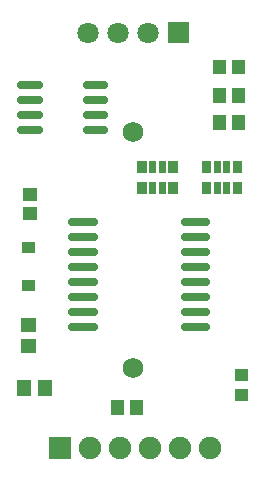
<source format=gts>
G04 Layer: TopSolderMaskLayer*
G04 EasyEDA v6.4.25, 2022-01-11T00:03:50+05:30*
G04 e79d8a0691a342feb3cd135c88b6c30b,bb4acb9064584a23a31515f2769df67a,10*
G04 Gerber Generator version 0.2*
G04 Scale: 100 percent, Rotated: No, Reflected: No *
G04 Dimensions in millimeters *
G04 leading zeros omitted , absolute positions ,4 integer and 5 decimal *
%FSLAX45Y45*%
%MOMM*%

%ADD29C,0.6756*%
%ADD30C,1.7272*%
%ADD35C,1.8016*%
%ADD36C,1.9016*%

%LPD*%
D29*
X2237905Y4876800D02*
G01*
X2420556Y4876800D01*
X2237905Y5003800D02*
G01*
X2420556Y5003800D01*
X2237905Y5130800D02*
G01*
X2420556Y5130800D01*
X2237905Y5257800D02*
G01*
X2420556Y5257800D01*
X2237905Y5384800D02*
G01*
X2420556Y5384800D01*
X2237905Y5511800D02*
G01*
X2420556Y5511800D01*
X2237905Y5638800D02*
G01*
X2420556Y5638800D01*
X2237905Y5765800D02*
G01*
X2420556Y5765800D01*
X1287843Y4876800D02*
G01*
X1470494Y4876800D01*
X1287843Y5003800D02*
G01*
X1470494Y5003800D01*
X1287843Y5130800D02*
G01*
X1470494Y5130800D01*
X1287843Y5257800D02*
G01*
X1470494Y5257800D01*
X1287843Y5384800D02*
G01*
X1470494Y5384800D01*
X1287843Y5511800D02*
G01*
X1470494Y5511800D01*
X1287843Y5638800D02*
G01*
X1470494Y5638800D01*
X1287843Y5765800D02*
G01*
X1470494Y5765800D01*
X1410207Y6540500D02*
G01*
X1556359Y6540500D01*
X1410207Y6667500D02*
G01*
X1556359Y6667500D01*
X1410207Y6794500D02*
G01*
X1556359Y6794500D01*
X1410207Y6921500D02*
G01*
X1556359Y6921500D01*
X856640Y6540500D02*
G01*
X1002792Y6540500D01*
X856640Y6667500D02*
G01*
X1002792Y6667500D01*
X856640Y6794500D02*
G01*
X1002792Y6794500D01*
X856640Y6921500D02*
G01*
X1002792Y6921500D01*
D30*
G01*
X1803400Y4524502D03*
G01*
X1803400Y6524497D03*
G36*
X849121Y4830318D02*
G01*
X849121Y4950713D01*
X979678Y4950713D01*
X979678Y4830318D01*
G37*
G36*
X849121Y4650486D02*
G01*
X849121Y4770628D01*
X979678Y4770628D01*
X979678Y4650486D01*
G37*
G36*
X994918Y4290821D02*
G01*
X994918Y4421378D01*
X1115313Y4421378D01*
X1115313Y4290821D01*
G37*
G36*
X815086Y4290821D02*
G01*
X815086Y4421378D01*
X935228Y4421378D01*
X935228Y4290821D01*
G37*
G36*
X861313Y5496813D02*
G01*
X861313Y5594857D01*
X967486Y5594857D01*
X967486Y5496813D01*
G37*
G36*
X861313Y5174742D02*
G01*
X861313Y5272786D01*
X967486Y5272786D01*
X967486Y5174742D01*
G37*
G36*
X2094229Y7275829D02*
G01*
X2094229Y7456170D01*
X2274570Y7456170D01*
X2274570Y7275829D01*
G37*
D35*
G01*
X1930400Y7366000D03*
G01*
X1676400Y7366000D03*
G01*
X1422400Y7366000D03*
D36*
G01*
X2451100Y3848100D03*
G01*
X2197100Y3848100D03*
G01*
X1943100Y3848100D03*
G01*
X1689100Y3848100D03*
G01*
X1435100Y3848100D03*
G36*
X1086104Y3753104D02*
G01*
X1086104Y3943095D01*
X1276095Y3943095D01*
X1276095Y3753104D01*
G37*
G36*
X2662681Y4246371D02*
G01*
X2662681Y4346702D01*
X2772918Y4346702D01*
X2772918Y4246371D01*
G37*
G36*
X2662681Y4416552D02*
G01*
X2662681Y4516628D01*
X2772918Y4516628D01*
X2772918Y4416552D01*
G37*
G36*
X2098547Y5996431D02*
G01*
X2098547Y6096762D01*
X2179065Y6096762D01*
X2179065Y5996431D01*
G37*
G36*
X2098547Y6176263D02*
G01*
X2098547Y6276594D01*
X2179065Y6276594D01*
X2179065Y6176263D01*
G37*
G36*
X2018538Y5996431D02*
G01*
X2018538Y6096762D01*
X2078990Y6096762D01*
X2078990Y5996431D01*
G37*
G36*
X2018538Y6176263D02*
G01*
X2018538Y6276594D01*
X2078990Y6276594D01*
X2078990Y6176263D01*
G37*
G36*
X1938781Y5996431D02*
G01*
X1938781Y6096762D01*
X1998979Y6096762D01*
X1998979Y5996431D01*
G37*
G36*
X1938527Y6176263D02*
G01*
X1938527Y6276594D01*
X1998979Y6276594D01*
X1998979Y6176263D01*
G37*
G36*
X1838705Y6176263D02*
G01*
X1838705Y6276594D01*
X1918970Y6276594D01*
X1918970Y6176263D01*
G37*
G36*
X1838705Y5996431D02*
G01*
X1838705Y6096762D01*
X1918970Y6096762D01*
X1918970Y5996431D01*
G37*
G36*
X2644647Y5996431D02*
G01*
X2644647Y6096762D01*
X2725165Y6096762D01*
X2725165Y5996431D01*
G37*
G36*
X2644647Y6176263D02*
G01*
X2644647Y6276594D01*
X2725165Y6276594D01*
X2725165Y6176263D01*
G37*
G36*
X2564638Y5996431D02*
G01*
X2564638Y6096762D01*
X2625090Y6096762D01*
X2625090Y5996431D01*
G37*
G36*
X2564638Y6176263D02*
G01*
X2564638Y6276594D01*
X2625090Y6276594D01*
X2625090Y6176263D01*
G37*
G36*
X2484881Y5996431D02*
G01*
X2484881Y6096762D01*
X2545079Y6096762D01*
X2545079Y5996431D01*
G37*
G36*
X2484627Y6176263D02*
G01*
X2484627Y6276594D01*
X2545079Y6276594D01*
X2545079Y6176263D01*
G37*
G36*
X2384806Y6176263D02*
G01*
X2384806Y6276594D01*
X2465070Y6276594D01*
X2465070Y6176263D01*
G37*
G36*
X2384806Y5996431D02*
G01*
X2384806Y6096762D01*
X2465070Y6096762D01*
X2465070Y5996431D01*
G37*
G36*
X866902Y5943092D02*
G01*
X866902Y6053328D01*
X987297Y6053328D01*
X987297Y5943092D01*
G37*
G36*
X866902Y5783071D02*
G01*
X866902Y5893307D01*
X987297Y5893307D01*
X987297Y5783071D01*
G37*
G36*
X1777492Y4130802D02*
G01*
X1777492Y4251197D01*
X1887728Y4251197D01*
X1887728Y4130802D01*
G37*
G36*
X1617471Y4130802D02*
G01*
X1617471Y4251197D01*
X1727707Y4251197D01*
X1727707Y4130802D01*
G37*
G36*
X2481072Y7013702D02*
G01*
X2481072Y7134097D01*
X2591308Y7134097D01*
X2591308Y7013702D01*
G37*
G36*
X2641091Y7013702D02*
G01*
X2641091Y7134097D01*
X2751327Y7134097D01*
X2751327Y7013702D01*
G37*
G36*
X2641091Y6772402D02*
G01*
X2641091Y6892797D01*
X2751327Y6892797D01*
X2751327Y6772402D01*
G37*
G36*
X2481072Y6772402D02*
G01*
X2481072Y6892797D01*
X2591308Y6892797D01*
X2591308Y6772402D01*
G37*
G36*
X2641091Y6543802D02*
G01*
X2641091Y6664197D01*
X2751327Y6664197D01*
X2751327Y6543802D01*
G37*
G36*
X2481072Y6543802D02*
G01*
X2481072Y6664197D01*
X2591308Y6664197D01*
X2591308Y6543802D01*
G37*
M02*

</source>
